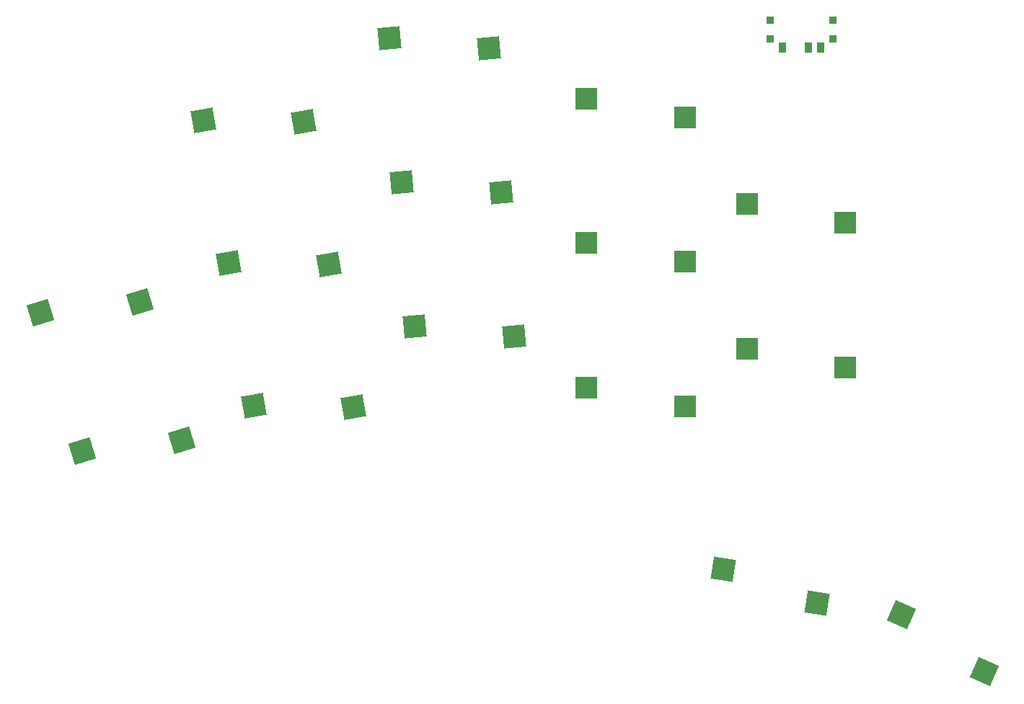
<source format=gbp>
%TF.GenerationSoftware,KiCad,Pcbnew,(6.0.4-0)*%
%TF.CreationDate,2022-05-24T13:00:26+02:00*%
%TF.ProjectId,battoota,62617474-6f6f-4746-912e-6b696361645f,v1.0.0*%
%TF.SameCoordinates,Original*%
%TF.FileFunction,Paste,Bot*%
%TF.FilePolarity,Positive*%
%FSLAX46Y46*%
G04 Gerber Fmt 4.6, Leading zero omitted, Abs format (unit mm)*
G04 Created by KiCad (PCBNEW (6.0.4-0)) date 2022-05-24 13:00:26*
%MOMM*%
%LPD*%
G01*
G04 APERTURE LIST*
G04 Aperture macros list*
%AMRotRect*
0 Rectangle, with rotation*
0 The origin of the aperture is its center*
0 $1 length*
0 $2 width*
0 $3 Rotation angle, in degrees counterclockwise*
0 Add horizontal line*
21,1,$1,$2,0,0,$3*%
G04 Aperture macros list end*
%ADD10R,0.900000X0.900000*%
%ADD11R,0.900000X1.250000*%
%ADD12RotRect,2.600000X2.600000X10.000000*%
%ADD13RotRect,2.600000X2.600000X5.000000*%
%ADD14R,2.600000X2.600000*%
%ADD15RotRect,2.600000X2.600000X336.000000*%
%ADD16RotRect,2.600000X2.600000X17.000000*%
%ADD17RotRect,2.600000X2.600000X351.000000*%
G04 APERTURE END LIST*
D10*
%TO.C,T2*%
X141095791Y121819254D03*
X133695791Y121819254D03*
X141095791Y119619254D03*
X133695791Y119619254D03*
D11*
X135145791Y118644254D03*
X138145791Y118644254D03*
X139645791Y118644254D03*
%TD*%
D12*
%TO.C,S11*%
X67128658Y110035975D03*
X78885213Y109875035D03*
%TD*%
D13*
%TO.C,S15*%
X90440529Y102756090D03*
X102138320Y101571111D03*
%TD*%
D14*
%TO.C,S21*%
X112136087Y95636017D03*
X123686087Y93436017D03*
%TD*%
%TO.C,S29*%
X130943280Y100228852D03*
X142493280Y98028852D03*
%TD*%
D15*
%TO.C,S33*%
X149143013Y52005912D03*
X158799642Y45298304D03*
%TD*%
D12*
%TO.C,S7*%
X73032696Y76552511D03*
X84789251Y76391571D03*
%TD*%
D16*
%TO.C,S5*%
X47970749Y87462459D03*
X59659287Y88735482D03*
%TD*%
D14*
%TO.C,S27*%
X130943280Y83228852D03*
X142493280Y81028852D03*
%TD*%
D12*
%TO.C,S9*%
X70080677Y93294243D03*
X81837232Y93133303D03*
%TD*%
D13*
%TO.C,S13*%
X91922177Y85820780D03*
X103619968Y84635801D03*
%TD*%
%TO.C,S17*%
X88958882Y119691400D03*
X100656673Y118506421D03*
%TD*%
D17*
%TO.C,S31*%
X128172224Y57326077D03*
X139235868Y53346345D03*
%TD*%
D16*
%TO.C,S3*%
X52941068Y71205278D03*
X64629606Y72478301D03*
%TD*%
D14*
%TO.C,S23*%
X112136087Y112636017D03*
X123686087Y110436017D03*
%TD*%
%TO.C,S19*%
X112136087Y78636017D03*
X123686087Y76436017D03*
%TD*%
M02*

</source>
